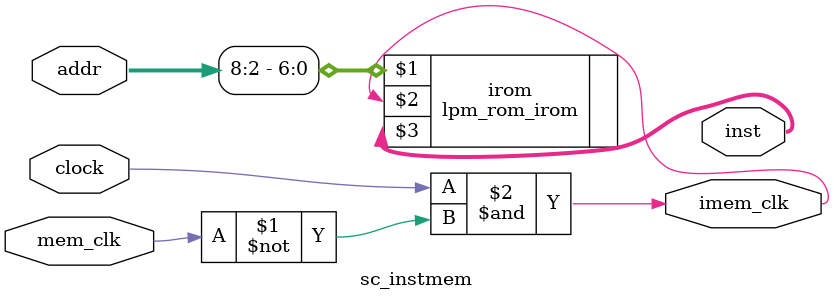
<source format=v>
module sc_instmem (addr,inst,clock,mem_clk,imem_clk);
   input  [31:0] addr;
   input         clock;
   input         mem_clk;
   output [31:0] inst;
   output        imem_clk;
   
   wire          imem_clk;

   assign  imem_clk = clock & ( ~ mem_clk );      
   
   lpm_rom_irom irom (addr[8:2],imem_clk,inst); 
   

endmodule 
</source>
